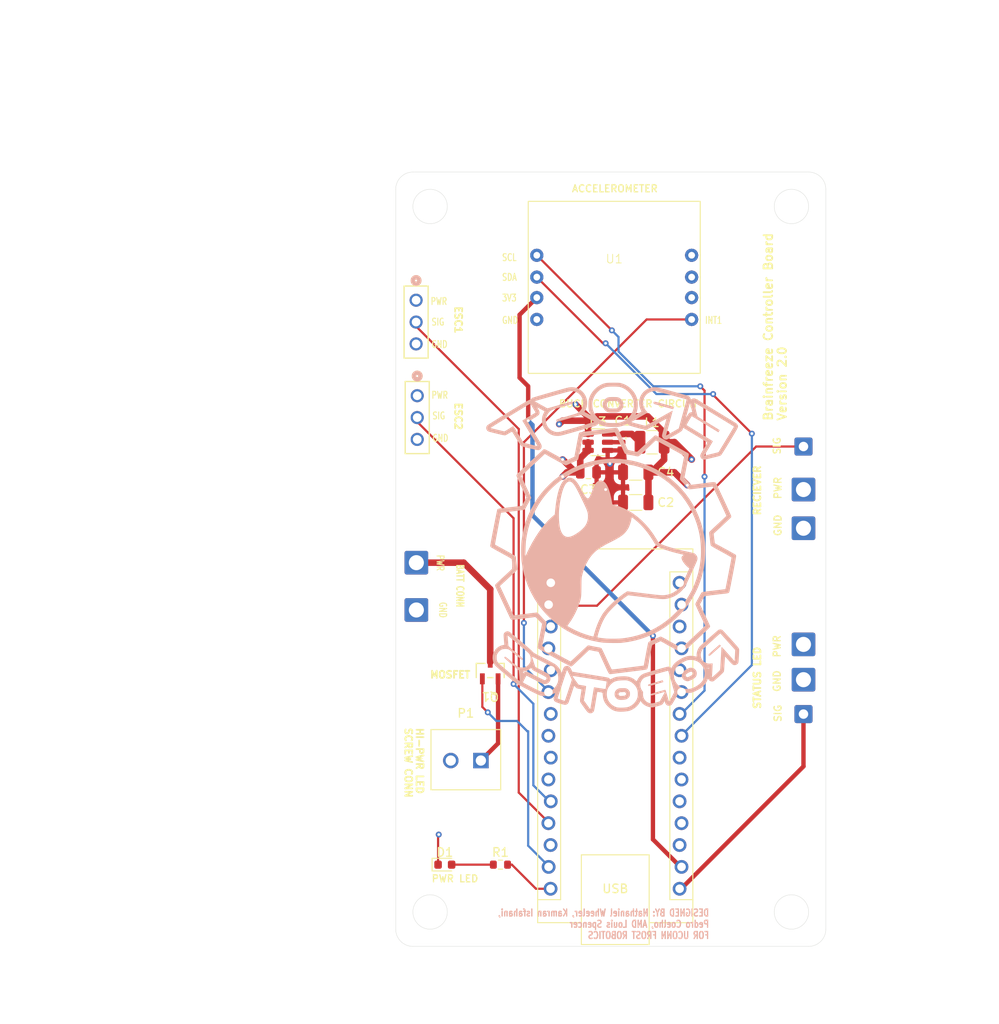
<source format=kicad_pcb>
(kicad_pcb (version 20241229) (generator "pcbnew") (generator_version "9.0")
  (title_block (title "MeltyBrainPCB") (date "2025-03-24") (company "FROST Robotics"))
  (layers (0 "F.Cu" signal "Front") (4 "In1.Cu" signal) (6 "In2.Cu" signal) (2 "B.Cu" signal "Back") (13 "F.Paste" user) (15 "B.Paste" user) (5 "F.SilkS" user "F.Silkscreen") (7 "B.SilkS" user "B.Silkscreen") (1 "F.Mask" user) (3 "B.Mask" user) (25 "Edge.Cuts" user))
  (net 0 "")
  (net 1 "+5V")
  (net 2 "SCL")
  (net 5 "INT1")
  (net 8 "NEOPIXEL LED")
  (net 9 "ESC_2")
  (net 11 "GND")
  (net 12 "ESC_SIGNAL3")
  (net 13 "unconnected-(A1-D6-Pad9)")
  (net 18 "SDA")
  (net 19 "3V3")
  (net 20 "Net-(A1-D12)")
  (net 21 "LED")
  (net 22 "ESC_SIGNAL2")
  (net 25 "ESC_SIGNAL1")
  (net 26 "RX")
  (net 29 "Net-(U3-BST)")
  (net 30 "Net-(U3-SW)")
  (net 31 "+12V")
  (net 32 "Net-(D1-A)")
  (net 39 "TOLED")
  (net 40 "ESC_1")
  (footprint "Package_TO_SOT_SMD:TSOT-23-6" (layer "F.Cu") (at 198.5 96.4)
    (property "Reference" "U3" (at 0 -2.4 0) (layer "F.SilkS"))
    (property "Value" "AP63205WU")
    (pad "1" smd roundrect (at -1.1375 -0.95) (size 1.325 0.6) (layers "F.Cu" "F.Mask" "F.Paste") (net 1 "+5V"))
    (pad "2" smd roundrect (at -1.1375 0) (size 1.325 0.6) (layers "F.Cu" "F.Mask" "F.Paste") (net 31 "+12V"))
    (pad "3" smd roundrect (at -1.1375 0.95) (size 1.325 0.6) (layers "F.Cu" "F.Mask" "F.Paste") (net 31 "+12V"))
    (pad "4" smd roundrect (at 1.1375 0.95) (size 1.325 0.6) (layers "F.Cu" "F.Mask" "F.Paste") (net 11 "GND"))
    (pad "5" smd roundrect (at 1.1375 0) (size 1.325 0.6) (layers "F.Cu" "F.Mask" "F.Paste") (net 30 "Net-(U3-SW)"))
    (pad "6" smd roundrect (at 1.1375 -0.95) (size 1.325 0.6) (layers "F.Cu" "F.Mask" "F.Paste") (net 29 "Net-(U3-BST)"))
  )
  (footprint "Capacitor_SMD:C_0805_2012Metric" (layer "F.Cu") (at 197.4 99.9)
    (property "Reference" "C3" (at 0 2 0) (layer "F.SilkS"))
    (property "Value" "10uF")
    (pad "1" smd roundrect (at -0.95 0) (size 1 1.45) (layers "F.Cu" "F.Mask" "F.Paste") (net 31 "+12V"))
    (pad "2" smd roundrect (at 0.95 0) (size 1 1.45) (layers "F.Cu" "F.Mask" "F.Paste") (net 11 "GND"))
  )
  (footprint "Connector_Wire:SolderWire-1sqmm_1x01_D1.4mm_OD2.7mm" (layer "F.Cu") (at 222.4 106.4)
    (property "Reference" "J5" (hide yes))
    (property "Value" "Conn_01x01_Pin")
    (pad "1" thru_hole roundrect (at 0 0) (size 2.75 2.75) (drill 1.75) (layers "*.Cu" "*.Mask") (roundrect_rratio 0.090909) (net 11 "GND"))
  )
  (footprint "Capacitor_SMD:C_0402_1005Metric" (layer "F.Cu") (at 201.4 95.92 -90)
    (property "Reference" "C1" (at -1.98 0 0) (layer "F.SilkS"))
    (property "Value" "100nF")
    (pad "1" smd roundrect (at -0.48 0 270) (size 0.56 0.62) (layers "F.Cu" "F.Mask" "F.Paste") (net 29 "Net-(U3-BST)"))
    (pad "2" smd roundrect (at 0.48 0 270) (size 0.56 0.62) (layers "F.Cu" "F.Mask" "F.Paste") (net 30 "Net-(U3-SW)"))
  )
  (footprint "brainfreeze:NANO_FIT" (layer "F.Cu") (at 201.25 140.4)
    (property "Reference" "A1" (hide yes))
    (property "Value" "Arduino_Nano_v3.x" (hide yes))
    (fp_text user "USB" (at -0.73 7.9 0) (layer "F.SilkS"))
    (pad "1" thru_hole rect (at -8.225 -27.66) (size 1.6 1.6) (drill 1) (layers "*.Cu" "*.Mask"))
    (pad "2" thru_hole oval (at -8.475 -25.12) (size 1.6 1.6) (drill 1) (layers "*.Cu" "*.Mask") (net 26 "RX"))
    (pad "3" thru_hole oval (at -8.225 -22.58) (size 1.6 1.6) (drill 1) (layers "*.Cu" "*.Mask"))
    (pad "4" thru_hole oval (at -8.5 -20.04) (size 1.6 1.6) (drill 1) (layers "*.Cu" "*.Mask") (net 11 "GND"))
    (pad "5" thru_hole oval (at -8.225 -17.5) (size 1.6 1.6) (drill 1) (layers "*.Cu" "*.Mask") (net 25 "ESC_SIGNAL1"))
    (pad "6" thru_hole oval (at -8.5 -14.96) (size 1.6 1.6) (drill 1) (layers "*.Cu" "*.Mask") (net 5 "INT1"))
    (pad "7" thru_hole oval (at -8.225 -12.42) (size 1.6 1.6) (drill 1) (layers "*.Cu" "*.Mask"))
    (pad "8" thru_hole oval (at -8.5 -9.88) (size 1.6 1.6) (drill 1) (layers "*.Cu" "*.Mask"))
    (pad "9" thru_hole oval (at -8.225 -7.34) (size 1.6 1.6) (drill 1) (layers "*.Cu" "*.Mask") (net 13 "unconnected-(A1-D6-Pad9)"))
    (pad "10" thru_hole oval (at -8.5 -4.8) (size 1.6 1.6) (drill 1) (layers "*.Cu" "*.Mask"))
    (pad "11" thru_hole oval (at -8.225 -2.26) (size 1.6 1.6) (drill 1) (layers "*.Cu" "*.Mask") (net 9 "ESC_2"))
    (pad "12" thru_hole oval (at -8.5 0.28) (size 1.6 1.6) (drill 1) (layers "*.Cu" "*.Mask") (net 40 "ESC_1"))
    (pad "13" thru_hole oval (at -8.25 2.82) (size 1.6 1.6) (drill 1) (layers "*.Cu" "*.Mask"))
    (pad "14" thru_hole oval (at -8.475 5.36) (size 1.6 1.6) (drill 1) (layers "*.Cu" "*.Mask") (net 21 "LED"))
    (pad "15" thru_hole oval (at -8.25 7.9) (size 1.6 1.6) (drill 1) (layers "*.Cu" "*.Mask") (net 20 "Net-(A1-D12)"))
    (pad "16" thru_hole oval (at 6.75 7.9) (size 1.6 1.6) (drill 1) (layers "*.Cu" "*.Mask") (net 8 "NEOPIXEL LED"))
    (pad "17" thru_hole oval (at 6.975 5.36) (size 1.6 1.6) (drill 1) (layers "*.Cu" "*.Mask") (net 19 "3V3"))
    (pad "18" thru_hole oval (at 6.75 2.82) (size 1.6 1.6) (drill 1) (layers "*.Cu" "*.Mask"))
    (pad "19" thru_hole oval (at 6.975 0.28) (size 1.6 1.6) (drill 1) (layers "*.Cu" "*.Mask"))
    (pad "20" thru_hole oval (at 6.75 -2.26) (size 1.6 1.6) (drill 1) (layers "*.Cu" "*.Mask"))
    (pad "21" thru_hole oval (at 6.975 -4.8) (size 1.6 1.6) (drill 1) (layers "*.Cu" "*.Mask") (net 22 "ESC_SIGNAL2"))
    (pad "22" thru_hole oval (at 6.75 -7.34) (size 1.6 1.6) (drill 1) (layers "*.Cu" "*.Mask") (net 12 "ESC_SIGNAL3"))
    (pad "23" thru_hole oval (at 6.975 -9.88) (size 1.6 1.6) (drill 1) (layers "*.Cu" "*.Mask") (net 18 "SDA"))
    (pad "24" thru_hole oval (at 6.75 -12.42) (size 1.6 1.6) (drill 1) (layers "*.Cu" "*.Mask") (net 2 "SCL"))
    (pad "25" thru_hole oval (at 6.975 -14.96) (size 1.6 1.6) (drill 1) (layers "*.Cu" "*.Mask"))
    (pad "26" thru_hole oval (at 6.75 -17.5) (size 1.6 1.6) (drill 1) (layers "*.Cu" "*.Mask"))
    (pad "27" thru_hole oval (at 6.975 -20.04) (size 1.6 1.6) (drill 1) (layers "*.Cu" "*.Mask") (net 1 "+5V"))
    (pad "28" thru_hole oval (at 6.75 -22.58) (size 1.6 1.6) (drill 1) (layers "*.Cu" "*.Mask"))
    (pad "29" thru_hole oval (at 6.975 -25.12) (size 1.6 1.6) (drill 1) (layers "*.Cu" "*.Mask") (net 11 "GND"))
    (pad "30" thru_hole oval (at 6.75 -27.66) (size 1.6 1.6) (drill 1) (layers "*.Cu" "*.Mask"))
  )
  (footprint "Connector_Wire:SolderWire-1sqmm_1x01_D1.4mm_OD2.7mm" (layer "F.Cu") (at 177.4 110.4)
    (property "Reference" "J1" (hide yes))
    (property "Value" "Conn_01x01_Pin")
    (pad "1" thru_hole roundrect (at 0 0) (size 2.75 2.75) (drill 1.75) (layers "*.Cu" "*.Mask") (roundrect_rratio 0.090909) (net 31 "+12V"))
  )
  (footprint "Connector_Wire:SolderWire-0.5sqmm_1x01_D0.9mm_OD2.1mm" (layer "F.Cu") (at 222.4 96.9)
    (property "Reference" "J8" (hide yes))
    (property "Value" "Conn_01x01_Pin")
    (pad "1" thru_hole roundrect (at 0 0) (size 2.1 2.1) (drill 1.1) (layers "*.Cu" "*.Mask") (roundrect_rratio 0.119048) (net 26 "RX"))
  )
  (footprint "Connector_Wire:SolderWire-1sqmm_1x01_D1.4mm_OD2.7mm" (layer "F.Cu") (at 177.4 115.9)
    (property "Reference" "J11" (hide yes))
    (property "Value" "Conn_01x01_Pin")
    (pad "1" thru_hole roundrect (at 0 0) (size 2.75 2.75) (drill 1.75) (layers "*.Cu" "*.Mask") (roundrect_rratio 0.090909) (net 11 "GND"))
  )
  (footprint "Capacitor_SMD:C_1206_3216Metric" (layer "F.Cu") (at 202.9 99.9 180)
    (property "Reference" "C4" (at -3.5 0 0) (layer "F.SilkS"))
    (property "Value" "22uF")
    (pad "1" smd roundrect (at -1.475 0 180) (size 1.15 1.8) (layers "F.Cu" "F.Mask" "F.Paste") (roundrect_rratio 0.217391) (net 1 "+5V"))
    (pad "2" smd roundrect (at 1.475 0 180) (size 1.15 1.8) (layers "F.Cu" "F.Mask" "F.Paste") (roundrect_rratio 0.217391) (net 11 "GND"))
  )
  (footprint "brainfreeze:OST_OSTTE020104" (layer "F.Cu") (at 183.15 133.4 180)
    (property "Reference" "P1" (at 0 5.5 0) (layer "F.SilkS") (effects (font (size 1.000591 1.000591))))
    (property "Value" "OSTTE020104")
    (pad "1" thru_hole rect (at -1.75 0 180) (size 1.8 1.8) (drill 1.2) (layers "*.Cu" "*.Mask") (net 39 "TOLED"))
    (pad "2" thru_hole circle (at 1.75 0 180) (size 1.8 1.8) (drill 1.2) (layers "*.Cu" "*.Mask") (net 11 "GND"))
  )
  (footprint "brainfreeze:MOSFET" (layer "F.Cu") (at 185.985001 122.9348)
    (property "Reference" "Q1" (at 0 3.0348 180) (layer "F.SilkS"))
    (property "Value" "DMN63D8L-7")
    (pad "1" smd rect (at -0.914999 0.9652) (size 0.5588 1.27) (layers "F.Cu" "F.Mask" "F.Paste") (net 21 "LED"))
    (pad "2" smd rect (at 0.914999 0.9652) (size 0.5588 1.27) (layers "F.Cu" "F.Mask" "F.Paste") (net 39 "TOLED"))
    (pad "3" smd rect (at 0 -0.9652) (size 0.5588 1.27) (layers "F.Cu" "F.Mask" "F.Paste") (net 31 "+12V"))
  )
  (footprint "Connector_Wire:SolderWire-0.5sqmm_1x01_D0.9mm_OD2.1mm" (layer "F.Cu") (at 222.4 128)
    (property "Reference" "J2" (hide yes))
    (property "Value" "Conn_01x01_Pin")
    (pad "1" thru_hole roundrect (at 0 0) (size 2.1 2.1) (drill 1.1) (layers "*.Cu" "*.Mask") (roundrect_rratio 0.119048) (net 8 "NEOPIXEL LED"))
  )
  (footprint "Capacitor_SMD:C_1206_3216Metric" (layer "F.Cu") (at 202.9 103.4 180)
    (property "Reference" "C2" (at -3.5 0 0) (layer "F.SilkS"))
    (property "Value" "22uF")
    (pad "1" smd roundrect (at -1.475 0 180) (size 1.15 1.8) (layers "F.Cu" "F.Mask" "F.Paste") (roundrect_rratio 0.217391) (net 1 "+5V"))
    (pad "2" smd roundrect (at 1.475 0 180) (size 1.15 1.8) (layers "F.Cu" "F.Mask" "F.Paste") (roundrect_rratio 0.217391) (net 11 "GND"))
  )
  (footprint "brainfreeze:ESC CON" (layer "F.Cu") (at 177.3699 79.8934 90)
    (property "Reference" "J6" (hide yes))
    (property "Value" "Conn_01x03_Socket")
    (pad "1" thru_hole circle (at 0 0 90) (size 1.524 1.524) (drill 1.016) (layers "*.Cu" "*.Mask") (net 1 "+5V"))
    (pad "2" thru_hole circle (at -2.54 0 90) (size 1.524 1.524) (drill 1.016) (layers "*.Cu" "*.Mask") (net 40 "ESC_1"))
    (pad "3" thru_hole circle (at -5.08 0 90) (size 1.524 1.524) (drill 1.016) (layers "*.Cu" "*.Mask") (net 11 "GND"))
  )
  (footprint "brainfreeze:Accelerometer" (layer "F.Cu") (at 200.4 78.4)
    (property "Reference" "U1" (at 0 -3.3 0) (layer "F.SilkS") (effects (font (thickness 0.1))))
    (property "Value" "H3LIS331DL")
    (pad "1" thru_hole circle (at -9 -3.73) (size 1.524 1.524) (drill 0.762) (layers "*.Cu" "*.Mask") (net 2 "SCL"))
    (pad "1" thru_hole circle (at -9 -3.73) (size 1.524 1.524) (drill 0.762) (layers "*.Cu" "*.Mask") (net 2 "SCL"))
    (pad "2" thru_hole circle (at -9 -1.19) (size 1.524 1.524) (drill 0.762) (layers "*.Cu" "*.Mask") (net 18 "SDA"))
    (pad "2" thru_hole circle (at -9 -1.19) (size 1.524 1.524) (drill 0.762) (layers "*.Cu" "*.Mask") (net 18 "SDA"))
    (pad "3" thru_hole circle (at -9 1.19) (size 1.524 1.524) (drill 0.762) (layers "*.Cu" "*.Mask") (net 19 "3V3"))
    (pad "3" thru_hole circle (at -9 1.19) (size 1.524 1.524) (drill 0.762) (layers "*.Cu" "*.Mask") (net 19 "3V3"))
    (pad "4" thru_hole circle (at -9 3.73) (size 1.524 1.524) (drill 0.762) (layers "*.Cu" "*.Mask") (net 11 "GND"))
    (pad "4" thru_hole circle (at -9 3.73) (size 1.524 1.524) (drill 0.762) (layers "*.Cu" "*.Mask") (net 11 "GND"))
    (pad "5" thru_hole circle (at 9 -3.73) (size 1.524 1.524) (drill 0.762) (layers "*.Cu" "*.Mask"))
    (pad "5" thru_hole circle (at 9 -3.73) (size 1.524 1.524) (drill 0.762) (layers "*.Cu" "*.Mask"))
    (pad "6" thru_hole circle (at 9 -1.19) (size 1.524 1.524) (drill 0.762) (layers "*.Cu" "*.Mask"))
    (pad "6" thru_hole circle (at 9 -1.19) (size 1.524 1.524) (drill 0.762) (layers "*.Cu" "*.Mask"))
    (pad "7" thru_hole circle (at 9 1.19) (size 1.524 1.524) (drill 0.762) (layers "*.Cu" "*.Mask"))
    (pad "7" thru_hole circle (at 9 1.19) (size 1.524 1.524) (drill 0.762) (layers "*.Cu" "*.Mask"))
    (pad "8" thru_hole circle (at 9 3.73) (size 1.524 1.524) (drill 0.762) (layers "*.Cu" "*.Mask") (net 5 "INT1"))
    (pad "8" thru_hole circle (at 9 3.73) (size 1.524 1.524) (drill 0.762) (layers "*.Cu" "*.Mask") (net 5 "INT1"))
  )
  (footprint "Connector_Wire:SolderWire-1sqmm_1x01_D1.4mm_OD2.7mm" (layer "F.Cu") (at 222.4 119.9)
    (property "Reference" "J3" (hide yes))
    (property "Value" "Conn_01x01_Pin")
    (pad "1" thru_hole roundrect (at 0 0) (size 2.75 2.75) (drill 1.75) (layers "*.Cu" "*.Mask") (roundrect_rratio 0.090909) (net 1 "+5V"))
  )
  (footprint "LED_SMD:LED_0603_1608Metric" (layer "F.Cu") (at 180.7125 145.5)
    (property "Reference" "D1" (at 0 -1.43 0) (layer "F.SilkS"))
    (property "Value" "LED")
    (pad "1" smd roundrect (at -0.7875 0) (size 0.875 0.95) (layers "F.Cu" "F.Mask" "F.Paste") (net 11 "GND"))
    (pad "2" smd roundrect (at 0.7875 0) (size 0.875 0.95) (layers "F.Cu" "F.Mask" "F.Paste") (net 32 "Net-(D1-A)"))
  )
  (footprint "Resistor_SMD:R_0603_1608Metric" (layer "F.Cu") (at 187.175 145.5)
    (property "Reference" "R1" (at 0 -1.43 0) (layer "F.SilkS"))
    (property "Value" "100R")
    (pad "1" smd roundrect (at -0.825 0) (size 0.8 0.95) (layers "F.Cu" "F.Mask" "F.Paste") (net 32 "Net-(D1-A)"))
    (pad "2" smd roundrect (at 0.825 0) (size 0.8 0.95) (layers "F.Cu" "F.Mask" "F.Paste") (net 20 "Net-(A1-D12)"))
  )
  (footprint "Inductor_SMD:L_1210_3225Metric" (layer "F.Cu") (at 204.8 96.4)
    (property "Reference" "L1" (at 0 -2.28 0) (layer "F.SilkS"))
    (property "Value" "4.7uH")
    (pad "1" smd roundrect (at -1.4 0) (size 1.25 2.65) (layers "F.Cu" "F.Mask" "F.Paste") (roundrect_rratio 0.2) (net 29 "Net-(U3-BST)"))
    (pad "2" smd roundrect (at 1.4 0) (size 1.25 2.65) (layers "F.Cu" "F.Mask" "F.Paste") (roundrect_rratio 0.2) (net 1 "+5V"))
  )
  (footprint "brainfreeze:ESC CON" (layer "F.Cu") (at 177.5 90.9934 90)
    (property "Reference" "J7" (hide yes))
    (property "Value" "Conn_01x03_Socket")
    (pad "1" thru_hole circle (at 0 0 90) (size 1.524 1.524) (drill 1.016) (layers "*.Cu" "*.Mask") (net 1 "+5V"))
    (pad "2" thru_hole circle (at -2.54 0 90) (size 1.524 1.524) (drill 1.016) (layers "*.Cu" "*.Mask") (net 9 "ESC_2"))
    (pad "3" thru_hole circle (at -5.08 0 90) (size 1.524 1.524) (drill 1.016) (layers "*.Cu" "*.Mask") (net 11 "GND"))
  )
  (footprint "Connector_Wire:SolderWire-1sqmm_1x01_D1.4mm_OD2.7mm" (layer "F.Cu") (at 222.4 101.9)
    (property "Reference" "J10" (hide yes))
    (property "Value" "Conn_01x01_Pin")
    (pad "1" thru_hole roundrect (at 0 0) (size 2.75 2.75) (drill 1.75) (layers "*.Cu" "*.Mask") (roundrect_rratio 0.090909) (net 1 "+5V"))
  )
  (footprint "Connector_Wire:SolderWire-1sqmm_1x01_D1.4mm_OD2.7mm" (layer "F.Cu") (at 222.4 124)
    (property "Reference" "J4" (hide yes))
    (property "Value" "Conn_01x01_Pin")
    (pad "1" thru_hole roundrect (at 0 0) (size 2.75 2.75) (drill 1.75) (layers "*.Cu" "*.Mask") (roundrect_rratio 0.090909) (net 11 "GND"))
  )
  (footprint "brainfreeze:frost.image" (layer "B.Cu") (at 200.52 108.8 180)
    (property "Reference" "G***" (hide yes))
    (property "Value" "LOGO" (hide yes))
  )
  (gr_circle (center 221 69) (end 219 69) (stroke (width 0.0381)) (fill no) (layer "Edge.Cuts"))
  (gr_line (start 223 155) (end 177 155) (stroke (width 0.0381)) (layer "Edge.Cuts"))
  (gr_circle (center 221 151) (end 219 151) (stroke (width 0.0381)) (fill no) (layer "Edge.Cuts"))
  (gr_circle (center 179 69) (end 177 69) (stroke (width 0.0381)) (fill no) (layer "Edge.Cuts"))
  (gr_arc (start 223 65) (mid 224.414214 65.585786) (end 225 67) (stroke (width 0.0381)) (layer "Edge.Cuts"))
  (gr_line (start 177 65) (end 223 65) (stroke (width 0.0381)) (layer "Edge.Cuts"))
  (gr_arc (start 175 67) (mid 175.585786 65.585786) (end 177 65) (stroke (width 0.0381)) (layer "Edge.Cuts"))
  (gr_line (start 225 67) (end 225 153) (stroke (width 0.0381)) (layer "Edge.Cuts"))
  (gr_line (start 175 153) (end 175 67) (stroke (width 0.0381)) (layer "Edge.Cuts"))
  (gr_circle (center 179 151) (end 177 151) (stroke (width 0.0381)) (fill no) (layer "Edge.Cuts"))
  (gr_arc (start 225 153) (mid 224.414214 154.414214) (end 223 155) (stroke (width 0.0381)) (layer "Edge.Cuts"))
  (gr_arc (start 177 155) (mid 175.585786 154.414214) (end 175 153) (stroke (width 0.0381)) (layer "Edge.Cuts"))
  (gr_text "BUCK CONVERTER CIRCUIT\n" (at 193.9 92.4 0) (layer "F.SilkS") (effects (font (size 0.8128 0.8128) (thickness 0.1524) (bold yes)) (justify left bottom)))
  (gr_text "Brainfreeze Controller Board\nVersion 2.0" (at 220.5 94 90) (layer "F.SilkS") (effects (font (size 1 1) (thickness 0.2) (bold yes)) (justify left bottom)))
  (gr_text "GND\n" (at 219.9 107.4 90) (layer "F.SilkS") (effects (font (size 0.8128 0.8128) (thickness 0.1524) (bold yes)) (justify left bottom)))
  (gr_text "SIG" (at 219.8 97.9 90) (layer "F.SilkS") (effects (font (size 0.8128 0.8128) (thickness 0.1524) (bold yes)) (justify left bottom)))
  (gr_text "ACCELEROMETER" (at 195.4 67.4 0) (layer "F.SilkS") (effects (font (size 0.8128 0.8128) (thickness 0.1524) (bold yes)) (justify left bottom)))
  (gr_text "PWR\n" (at 179 80.5 0) (layer "F.SilkS") (effects (font (size 0.8128 0.6) (thickness 0.12) (bold yes)) (justify left bottom)))
  (gr_text "PWR\n" (at 219.8 121.5 90) (layer "F.SilkS") (effects (font (size 0.8128 0.8128) (thickness 0.1524) (bold yes)) (justify left bottom)))
  (gr_text "PWR\n" (at 179.7 109.4 270) (layer "F.SilkS") (effects (font (size 0.8128 0.6) (thickness 0.12) (bold yes)) (justify left bottom)))
  (gr_text "GND\n" (at 180 114.9 270) (layer "F.SilkS") (effects (font (size 0.8128 0.6) (thickness 0.12) (bold yes)) (justify left bottom)))
  (gr_text "ESC2" (at 181.8 91.7 270) (layer "F.SilkS") (effects (font (size 0.8128 0.8128) (thickness 0.2032) (bold yes)) (justify left bottom)))
  (gr_text "SIG" (at 219.9 129 90) (layer "F.SilkS") (effects (font (size 0.8128 0.8128) (thickness 0.1524) (bold yes)) (justify left bottom)))
  (gr_text "GND\n" (at 179.1 85.5 0) (layer "F.SilkS") (effects (font (size 0.8128 0.6) (thickness 0.12) (bold yes)) (justify left bottom)))
  (gr_text "SCL" (at 187.3 75.4 0) (layer "F.SilkS") (effects (font (size 0.8128 0.6) (thickness 0.12) (bold yes)) (justify left bottom)))
  (gr_text "GND" (at 219.8 125.5 90) (layer "F.SilkS") (effects (font (size 0.8128 0.8128) (thickness 0.1524) (bold yes)) (justify left bottom)))
  (gr_text "SDA" (at 187.3 77.7 0) (layer "F.SilkS") (effects (font (size 0.8128 0.6) (thickness 0.12) (bold yes)) (justify left bottom)))
  (gr_text "GND" (at 187.3 82.7 0) (layer "F.SilkS") (effects (font (size 0.8128 0.6) (thickness 0.12) (bold yes)) (justify left bottom)))
  (gr_text "ESC1" (at 181.8 80.5 270) (layer "F.SilkS") (effects (font (size 0.8128 0.8128) (thickness 0.2032) (bold yes)) (justify left bottom)))
  (gr_text "PWR\n\n" (at 221.2 103.1 90) (layer "F.SilkS") (effects (font (size 0.8128 0.8128) (thickness 0.1524) (bold yes)) (justify left bottom)))
  (gr_text "SIG\n" (at 179.2 93.8 0) (layer "F.SilkS") (effects (font (size 0.8128 0.6) (thickness 0.12) (bold yes)) (justify left bottom)))
  (gr_text "SIG\n" (at 179.1 82.9 0) (layer "F.SilkS") (effects (font (size 0.8128 0.6) (thickness 0.12) (bold yes)) (justify left bottom)))
  (gr_text "3V3\n" (at 187.3 80.1 0) (layer "F.SilkS") (effects (font (size 0.8128 0.6) (thickness 0.12) (bold yes)) (justify left bottom)))
  (gr_text "STATUS LED\n" (at 217.5 127.5 90) (layer "F.SilkS") (effects (font (size 0.8128 0.8128) (thickness 0.2032) (bold yes)) (justify left bottom)))
  (gr_text "PWR\n" (at 179.1 91.4 0) (layer "F.SilkS") (effects (font (size 0.8128 0.6) (thickness 0.12) (bold yes)) (justify left bottom)))
  (gr_text "RECIEVER" (at 217.5 105 90) (layer "F.SilkS") (effects (font (size 0.8128 0.8128) (thickness 0.2) (bold yes)) (justify left bottom)))
  (gr_text "BATT CONN" (at 182 110.5 270) (layer "F.SilkS") (effects (font (size 0.8128 0.6) (thickness 0.15) (bold yes)) (justify left bottom)))
  (gr_text "MOSFET\n" (at 178.9 123.9 0) (layer "F.SilkS") (effects (font (size 0.8128 0.8128) (thickness 0.2032) (bold yes)) (justify left bottom)))
  (gr_text "INT1\n" (at 210.9 82.7 0) (layer "F.SilkS") (effects (font (size 0.8128 0.6) (thickness 0.12) (bold yes)) (justify left bottom)))
  (gr_text "GND\n" (at 179.2 96.4 0) (layer "F.SilkS") (effects (font (size 0.8128 0.6) (thickness 0.12) (bold yes)) (justify left bottom)))
  (gr_text "PWR LED" (at 179.1 147.6 0) (layer "F.SilkS") (effects (font (size 0.8128 0.8128) (thickness 0.1524) (bold yes)) (justify left bottom)))
  (gr_text "HI-PWR LED \nSCREW CONN" (at 176 129.5 270) (layer "F.SilkS") (effects (font (size 0.8128 0.8128) (thickness 0.2) (bold yes)) (justify left bottom)))
  (gr_text "DESIGNED BY: Nathaniel Wheeler, Kamran Isfahani,\nPedro Coelho, AND Louis Spencer \nFOR UCONN FROST ROBOTICS\n\n" (at 211.5 155.5 0) (layer "B.SilkS") (effects (font (size 0.8128 0.63) (thickness 0.1524) (bold yes)) (justify left bottom mirror)))
  (segment (start 197.3625 93.9) (end 197.3625 93.4625) (width 0.762) (layer "F.Cu") (net 1))
  (segment (start 197.3625 94.9) (end 197.3625 94.4375) (width 0.762) (layer "F.Cu") (net 1))
  (segment (start 197.3625 95.45) (end 197.3625 94.9) (width 0.762) (layer "F.Cu") (net 1))
  (segment (start 194.4 93.9) (end 194 94.3) (width 0.762) (layer "F.Cu") (net 1))
  (segment (start 204.375 103.4) (end 204.375 99.9) (width 0.762) (layer "F.Cu") (net 1))
  (segment (start 197.3625 94.4375) (end 198.4 93.4) (width 0.762) (layer "F.Cu") (net 1))
  (segment (start 197.3625 94.9) (end 197.3625 93.9) (width 0.762) (layer "F.Cu") (net 1))
  (segment (start 204.725 99.9) (end 206.2 98.425) (width 0.762) (layer "F.Cu") (net 1))
  (segment (start 206.2 95.3) (end 206.2 96.4) (width 0.762) (layer "F.Cu") (net 1))
  (segment (start 197.3625 93.4625) (end 195.9 92) (width 0.762) (layer "F.Cu") (net 1))
  (segment (start 204.375 99.9) (end 207.4 99.9) (width 0.762) (layer "F.Cu") (net 1))
  (segment (start 198.4 93.4) (end 204.3 93.4) (width 0.762) (layer "F.Cu") (net 1))
  (segment (start 207.4 99.9) (end 208.9 101.4) (width 0.762) (layer "F.Cu") (net 1))
  (segment (start 197.3625 93.9) (end 194.4 93.9) (width 0.762) (layer "F.Cu") (net 1))
  (segment (start 204.3 93.4) (end 206.2 95.3) (width 0.762) (layer "F.Cu") (net 1))
  (segment (start 206.2 98.425) (end 206.2 96.4) (width 0.762) (layer "F.Cu") (net 1))
  (segment (start 206.2 96.4) (end 207.4 96.4) (width 0.762) (layer "F.Cu") (net 1))
  (segment (start 207.4 96.4) (end 209.4 98.4) (width 0.8) (layer "F.Cu") (net 1))
  (via (at 208.9 101.4) (size 0.6858) (drill 0.3302) (layers "F.Cu" "B.Cu") (net 1))
  (via (at 195.9 92) (size 0.6858) (drill 0.3302) (layers "F.Cu" "B.Cu") (net 1))
  (via (at 194 94.3) (size 0.6858) (drill 0.3302) (layers "F.Cu" "B.Cu") (net 1))
  (via (at 209.4 98.4) (size 0.6858) (drill 0.3302) (layers "F.Cu" "B.Cu") (net 1))
  (segment (start 210.9 90.4) (end 210.9 100.4) (width 0.254) (layer "F.Cu") (net 2))
  (segment (start 200.13 83.4) (end 191.4 74.67) (width 0.254) (layer "F.Cu") (net 2))
  (segment (start 210.4 89.9) (end 210.9 90.4) (width 0.254) (layer "F.Cu") (net 2))
  (via (at 210.4 89.9) (size 0.6858) (drill 0.3302) (layers "F.Cu" "B.Cu") (net 2))
  (via (at 210.9 100.4) (size 0.6858) (drill 0.3302) (layers "F.Cu" "B.Cu") (net 2))
  (via (at 200.13 83.4) (size 0.6858) (drill 0.3302) (layers "F.Cu" "B.Cu") (net 2))
  (segment (start 204.94023 89.9) (end 200.9 85.85977) (width 0.254) (layer "B.Cu") (net 2))
  (segment (start 200.9 85.85977) (end 200.9 84.17) (width 0.254) (layer "B.Cu") (net 2))
  (segment (start 210.9 125.26) (end 208.14 128.02) (width 0.254) (layer "B.Cu") (net 2))
  (segment (start 210.9 100.4) (end 210.9 125.26) (width 0.254) (layer "B.Cu") (net 2))
  (segment (start 200.9 84.17) (end 200.13 83.4) (width 0.254) (layer "B.Cu") (net 2))
  (segment (start 210.4 89.9) (end 204.94023 89.9) (width 0.254) (layer "B.Cu") (net 2))
  (segment (start 190.4 95.9) (end 189.9 96.4) (width 0.254) (layer "F.Cu") (net 5))
  (segment (start 209.4 82.13) (end 204.17 82.13) (width 0.254) (layer "F.Cu") (net 5))
  (segment (start 204.17 82.13) (end 190.4 95.9) (width 0.254) (layer "F.Cu") (net 5))
  (segment (start 189.9 96.4) (end 189.9 117.4) (width 0.254) (layer "F.Cu") (net 5))
  (via (at 189.9 117.4) (size 0.6858) (drill 0.3302) (layers "F.Cu" "B.Cu") (net 5))
  (segment (start 189.9 117.4) (end 189.9 122.48) (width 0.254) (layer "B.Cu") (net 5))
  (segment (start 189.9 122.48) (end 192.9 125.48) (width 0.254) (layer "B.Cu") (net 5))
  (segment (start 222.4 128) (end 222.24 128.16) (width 0.254) (layer "F.Cu") (net 8))
  (segment (start 222.4 134.08) (end 222.4 128) (width 0.508) (layer "F.Cu") (net 8))
  (segment (start 208.14 148.34) (end 222.4 134.08) (width 0.508) (layer "F.Cu") (net 8))
  (segment (start 177 93.5334) (end 188.7 105.2334) (width 0.254) (layer "F.Cu") (net 9))
  (segment (start 188.7 105.2334) (end 188.7 124.5) (width 0.254) (layer "F.Cu") (net 9))
  (via (at 188.7 124.5) (size 0.6858) (drill 0.3302) (layers "F.Cu" "B.Cu") (net 9))
  (segment (start 191 136.28) (end 192.9 138.18) (width 0.254) (layer "B.Cu") (net 9))
  (segment (start 188.7 124.5) (end 191 126.8) (width 0.254) (layer "B.Cu") (net 9))
  (segment (start 191 126.8) (end 191 136.28) (width 0.254) (layer "B.Cu") (net 9))
  (segment (start 179.925 142.075) (end 180 142) (width 0.254) (layer "F.Cu") (net 11))
  (segment (start 179.925 145.5) (end 179.925 142.075) (width 0.254) (layer "F.Cu") (net 11))
  (via (at 199.9 98.9) (size 0.6858) (drill 0.3302) (layers "F.Cu" "B.Cu") (net 11))
  (via (at 199.4 101.9) (size 0.6858) (drill 0.3302) (layers "F.Cu" "B.Cu") (net 11))
  (via (at 180 142) (size 0.6858) (drill 0.3302) (layers "F.Cu" "B.Cu") (net 11))
  (segment (start 192.9 132.9) (end 192.9 133.1) (width 0.254) (layer "F.Cu") (net 13))
  (segment (start 211.9 90.8031) (end 211.9 90.9) (width 0.254) (layer "F.Cu") (net 18))
  (segment (start 199.4 84.9) (end 199.09 84.9) (width 0.254) (layer "F.Cu") (net 18))
  (segment (start 211.9 90.9) (end 216.4 95.4) (width 0.254) (layer "F.Cu") (net 18))
  (segment (start 199.09 84.9) (end 191.4 77.21) (width 0.254) (layer "F.Cu") (net 18))
  (via (at 216.4 95.4) (size 0.6858) (drill 0.3302) (layers "F.Cu" "B.Cu") (net 18))
  (via (at 211.9 90.8031) (size 0.6858) (drill 0.3302) (layers "F.Cu" "B.Cu") (net 18))
  (via (at 199.4 84.9) (size 0.6858) (drill 0.3302) (layers "F.Cu" "B.Cu") (net 18))
  (segment (start 205.3031 90.8031) (end 211.9 90.8031) (width 0.254) (layer "B.Cu") (net 18))
  (segment (start 216.4 122.3) (end 208.14 130.56) (width 0.254) (layer "B.Cu") (net 18))
  (segment (start 216.4 95.4) (end 216.4 122.3) (width 0.254) (layer "B.Cu") (net 18))
  (segment (start 199.4 84.9) (end 205.3031 90.8031) (width 0.254) (layer "B.Cu") (net 18))
  (segment (start 189.4 81.59) (end 191.4 79.59) (width 0.508) (layer "F.Cu") (net 19))
  (segment (start 204.9 118.9) (end 204.9 142.56) (width 0.508) (layer "F.Cu") (net 19))
  (segment (start 189.4 88.9) (end 189.4 81.59) (width 0.508) (layer "F.Cu") (net 19))
  (segment (start 190.383 89.883) (end 189.4 88.9) (width 0.508) (layer "F.Cu") (net 19))
  (segment (start 190.4 89.9) (end 190.383 89.883) (width 0.254) (layer "F.Cu") (net 19))
  (segment (start 190.4 93.9) (end 190.4 89.9) (width 0.508) (layer "F.Cu") (net 19))
  (segment (start 204.9 142.56) (end 208.14 145.8) (width 0.508) (layer "F.Cu") (net 19))
  (via (at 190.4 93.9) (size 0.6858) (drill 0.3302) (layers "F.Cu" "B.Cu") (net 19))
  (via (at 204.9 118.9) (size 0.6858) (drill 0.3302) (layers "F.Cu" "B.Cu") (net 19))
  (segment (start 190.9 104.9) (end 204.9 118.9) (width 0.508) (layer "B.Cu") (net 19))
  (segment (start 190.9 94.4) (end 190.9 104.9) (width 0.508) (layer "B.Cu") (net 19))
  (segment (start 190.4 93.9) (end 190.9 94.4) (width 0.508) (layer "B.Cu") (net 19))
  (segment (start 191.3 148.3) (end 193 148.3) (width 0.254) (layer "F.Cu") (net 20))
  (segment (start 188.5 145.5) (end 191.3 148.3) (width 0.254) (layer "F.Cu") (net 20))
  (segment (start 188 145.5) (end 188.5 145.5) (width 0.254) (layer "F.Cu") (net 20))
  (segment (start 185.070002 123.9) (end 185.070002 127.170002) (width 0.254) (layer "F.Cu") (net 21))
  (segment (start 185.070002 127.170002) (end 185.7 127.8) (width 0.254) (layer "F.Cu") (net 21))
  (via (at 185.7 127.8) (size 0.6858) (drill 0.3302) (layers "F.Cu" "B.Cu") (net 21))
  (segment (start 186.7 128.8) (end 189.1 128.8) (width 0.254) (layer "B.Cu") (net 21))
  (segment (start 190.4 130) (end 190.4 143.3) (width 0.254) (layer "B.Cu") (net 21))
  (segment (start 190.4 143.3) (end 192.9 145.8) (width 0.254) (layer "B.Cu") (net 21))
  (segment (start 185.7 127.8) (end 186.7 128.8) (width 0.254) (layer "B.Cu") (net 21))
  (segment (start 189.1 128.8) (end 190.3 130) (width 0.254) (layer "B.Cu") (net 21))
  (segment (start 190.3 130) (end 190.4 130) (width 0.254) (layer "B.Cu") (net 21))
  (segment (start 192.98 115.4) (end 192.9 115.32) (width 0.254) (layer "F.Cu") (net 26))
  (segment (start 222.4 96.9) (end 216.9 96.9) (width 0.254) (layer "F.Cu") (net 26))
  (segment (start 198.4 115.4) (end 192.98 115.4) (width 0.254) (layer "F.Cu") (net 26))
  (segment (start 216.9 96.9) (end 198.4 115.4) (width 0.254) (layer "F.Cu") (net 26))
  (segment (start 203.4 96.4) (end 202.44 95.44) (width 0.762) (layer "F.Cu") (net 29))
  (segment (start 201.39 95.45) (end 201.4 95.44) (width 0.762) (layer "F.Cu") (net 29))
  (segment (start 199.6375 95.45) (end 201.39 95.45) (width 0.508) (layer "F.Cu") (net 29))
  (segment (start 202.44 95.44) (end 201.4 95.44) (width 0.762) (layer "F.Cu") (net 29))
  (segment (start 199.6375 96.4) (end 201.4 96.4) (width 0.508) (layer "F.Cu") (net 30))
  (segment (start 196.45 98.2625) (end 197.3625 97.35) (width 0.762) (layer "F.Cu") (net 31))
  (segment (start 177.4 110.4) (end 182.9 110.4) (width 0.762) (layer "F.Cu") (net 31))
  (segment (start 196.45 99.9) (end 196.45 98.2625) (width 0.762) (layer "F.Cu") (net 31))
  (segment (start 196.45 99.9) (end 195.9 99.9) (width 0.762) (layer "F.Cu") (net 31))
  (segment (start 182.9 110.4) (end 185.985001 113.485001) (width 0.762) (layer "F.Cu") (net 31))
  (segment (start 197.3625 97.35) (end 197.3625 97.4375) (width 0.762) (layer "F.Cu") (net 31))
  (segment (start 194.9 99.9) (end 194.4 100.4) (width 0.762) (layer "F.Cu") (net 31))
  (segment (start 196.45 99.9) (end 194.9 99.9) (width 0.762) (layer "F.Cu") (net 31))
  (segment (start 185.985001 113.485001) (end 185.985001 121.9696) (width 0.762) (layer "F.Cu") (net 31))
  (segment (start 195.9 99.9) (end 194.4 98.4) (width 0.762) (layer "F.Cu") (net 31))
  (segment (start 197.3625 96.4) (end 197.3625 97.35) (width 0.762) (layer "F.Cu") (net 31))
  (via (at 194.4 100.4) (size 0.6858) (drill 0.3302) (layers "F.Cu" "B.Cu") (net 31))
  (via (at 194.4 98.4) (size 0.6858) (drill 0.3302) (layers "F.Cu" "B.Cu") (net 31))
  (segment (start 181.5 145.5) (end 186.35 145.5) (width 0.254) (layer "F.Cu") (net 32))
  (segment (start 186.9 131.4) (end 184.9 133.4) (width 0.508) (layer "F.Cu") (net 39))
  (segment (start 186.9 123.9) (end 186.9 131.4) (width 0.508) (layer "F.Cu") (net 39))
  (segment (start 189.3021 94.8656) (end 189.3021 137.1221) (width 0.254) (layer "F.Cu") (net 40))
  (segment (start 176.8699 82.4334) (end 189.3021 94.8656) (width 0.254) (layer "F.Cu") (net 40))
  (segment (start 189.3021 137.1221) (end 192.9 140.72) (width 0.254) (layer "F.Cu") (net 40))
  (zone (net 11) (net_name "GND") (layer "F.Cu") (connect_pads (clearance 0)) (min_thickness 0.25) (fill yes (thermal_gap 0.5) (thermal_bridge_width 0.5))
    (polygon (pts (xy 198.9 96.9) (xy 197.9 98.9) (xy 197.9 101.9) (xy 200.9 104.4) (xy 202.4 104.4) (xy 201.77931 97.572413) (xy 201.275 96.9)))
  )
)
</source>
